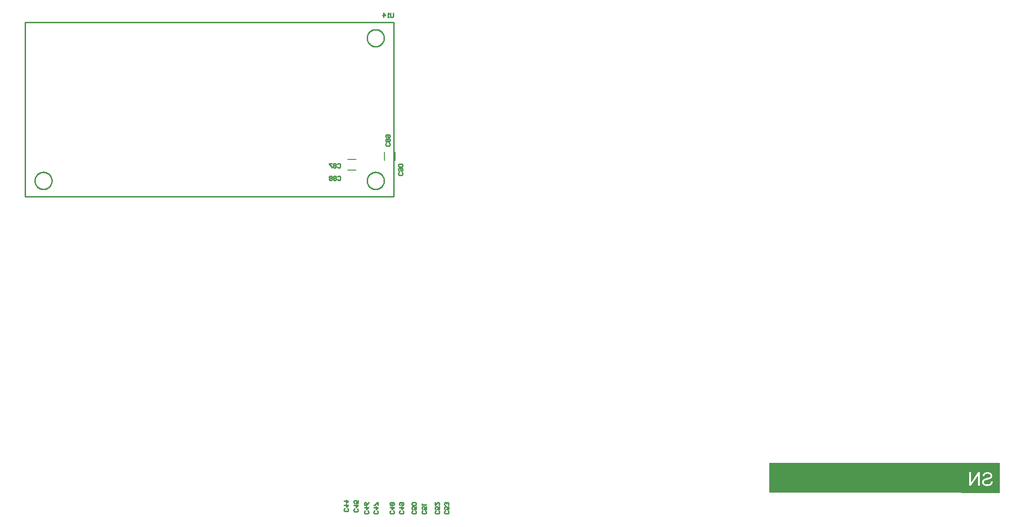
<source format=gbo>
%FSTAX23Y23*%
%MOIN*%
%SFA1B1*%

%IPPOS*%
%ADD14C,0.010000*%
%ADD17C,0.006000*%
%ADD187R,1.389760X0.216540*%
%LNtimingcard_pcb-1*%
%LPD*%
G36*
X07007Y0059D02*
X06732D01*
Y00807*
X07007*
Y0059*
G37*
%LNtimingcard_pcb-2*%
%LPC*%
G36*
X06864Y00738D02*
X06851D01*
X068Y00662*
Y00738*
X06788*
Y00642*
X06801*
X06852Y00717*
Y00642*
X06864*
Y00738*
G37*
G36*
X0692Y00739D02*
X06918D01*
X06917Y00739*
X06916Y00739*
X06915Y00739*
X06914Y00739*
X06911Y00739*
X06908Y00738*
X06904Y00737*
X06901Y00736*
X06901*
X06901Y00736*
X069Y00736*
X069Y00735*
X06899Y00735*
X06898Y00734*
X06897Y00733*
X06895Y00732*
X06892Y0073*
X0689Y00728*
X06889Y00726*
X06889Y00726*
X06888Y00725*
X06888Y00725*
X06888Y00725*
X06888Y00724*
X06887Y00723*
X06887Y00722*
X06886Y00721*
X06886Y00719*
X06885Y00717*
X06884Y00714*
X06884Y00711*
X06896Y0071*
Y0071*
X06896Y0071*
Y00711*
X06896Y00711*
X06896Y00712*
X06897Y00713*
X06897Y00715*
X06898Y00717*
X06899Y00719*
X06901Y00721*
X06902Y00722*
X06903Y00723*
X06903Y00723*
X06903Y00724*
X06903Y00724*
X06904Y00724*
X06904Y00724*
X06905Y00725*
X06906Y00725*
X06907Y00726*
X06908Y00726*
X06909Y00727*
X06911Y00727*
X06912Y00727*
X06914Y00728*
X06916Y00728*
X06918Y00728*
X06921*
X06921Y00728*
X06922*
X06923Y00728*
X06925Y00728*
X06926Y00727*
X06929Y00727*
X06931Y00726*
X06934Y00725*
X06935Y00724*
X06936Y00724*
X06936*
X06936Y00724*
X06937Y00723*
X06938Y00722*
X06939Y00721*
X0694Y00719*
X06941Y00718*
X06941Y00716*
X06941Y00715*
X06941Y00714*
Y00713*
Y00713*
X06941Y00713*
X06941Y00712*
X06941Y00711*
X06941Y00709*
X0694Y00708*
X06939Y00706*
X06938Y00705*
X06938Y00705*
X06937Y00705*
X06937Y00704*
X06936Y00704*
X06936Y00704*
X06935Y00703*
X06934Y00703*
X06933Y00702*
X06932Y00702*
X0693Y00701*
X06928Y00701*
X06926Y007*
X06924Y00699*
X06921Y00699*
X06919Y00698*
X06918*
X06918Y00698*
X06917Y00698*
X06916Y00698*
X06915Y00697*
X06913Y00697*
X06912Y00697*
X0691Y00696*
X06907Y00695*
X06903Y00694*
X06901Y00694*
X069Y00693*
X06899Y00693*
X06897Y00692*
X06897*
X06897Y00692*
X06897Y00692*
X06896Y00691*
X06895Y00691*
X06895Y00691*
X06893Y00689*
X06891Y00688*
X06889Y00686*
X06887Y00684*
X06886Y00683*
X06885Y00682*
Y00682*
X06885Y00682*
X06885Y00682*
X06884Y00681*
X06884Y00681*
X06884Y0068*
X06883Y00678*
X06882Y00676*
X06882Y00674*
X06881Y00671*
X06881Y00669*
Y00668*
X06881Y00667*
Y00667*
X06881Y00666*
X06881Y00664*
X06882Y00662*
X06883Y00659*
X06884Y00657*
X06885Y00656*
X06885Y00654*
Y00654*
X06886Y00654*
X06886Y00654*
X06886Y00653*
X06887Y00652*
X06889Y0065*
X0689Y00649*
X06893Y00647*
X06895Y00645*
X06898Y00644*
X06898*
X06898Y00644*
X06899Y00643*
X06899Y00643*
X069Y00643*
X06901Y00643*
X06902Y00642*
X06903Y00642*
X06905Y00642*
X06906Y00641*
X06909Y00641*
X06913Y0064*
X06916Y0064*
X06918*
X06919Y0064*
X0692*
X06921Y0064*
X06923Y0064*
X06924Y00641*
X06928Y00641*
X06931Y00642*
X06935Y00643*
X06938Y00644*
X06939*
X06939Y00644*
X06939Y00644*
X0694Y00645*
X06941Y00645*
X06941Y00645*
X06943Y00647*
X06946Y00648*
X06948Y0065*
X0695Y00652*
X06952Y00655*
X06952Y00655*
X06952Y00655*
X06953Y00656*
X06953Y00657*
X06953Y00657*
X06954Y00658*
X06954Y00659*
X06955Y0066*
X06955Y00661*
X06956Y00663*
X06956Y00666*
X06957Y00669*
X06957Y00671*
X06957Y00673*
X06945Y00674*
Y00673*
Y00673*
X06945Y00673*
X06945Y00672*
X06945Y00672*
X06945Y00671*
X06945Y00669*
X06944Y00667*
X06943Y00665*
X06943Y00663*
X06942Y00662*
X06941Y00661*
X06941Y00661*
X0694Y0066*
X06939Y00659*
X06938Y00658*
X06936Y00657*
X06934Y00655*
X06932Y00654*
X06932*
X06932Y00654*
X06931Y00654*
X06931Y00654*
X0693Y00654*
X06929Y00653*
X06929Y00653*
X06928Y00653*
X06925Y00652*
X06923Y00652*
X0692Y00652*
X06917Y00651*
X06916*
X06915Y00652*
X06914*
X06913Y00652*
X06911Y00652*
X06909Y00652*
X06906Y00653*
X06904Y00653*
X06904*
X06904Y00654*
X06904Y00654*
X06903Y00654*
X06903Y00654*
X06901Y00655*
X069Y00656*
X06898Y00657*
X06897Y00658*
X06896Y00659*
X06896Y0066*
X06896Y0066*
X06895Y00661*
X06895Y00662*
X06894Y00663*
X06894Y00665*
X06893Y00666*
X06893Y00668*
Y00668*
Y00668*
Y00668*
X06893Y00669*
X06894Y0067*
X06894Y00672*
X06894Y00673*
X06895Y00674*
X06896Y00676*
X06896Y00676*
X06896Y00676*
X06897Y00677*
X06898Y00678*
X06899Y00678*
X06901Y00679*
X06903Y0068*
X06905Y00681*
X06905Y00681*
X06905Y00681*
X06905Y00681*
X06906Y00682*
X06906Y00682*
X06907Y00682*
X06908Y00682*
X06909Y00683*
X0691Y00683*
X06912Y00683*
X06913Y00684*
X06915Y00684*
X06917Y00685*
X06919Y00685*
X06922Y00686*
X06922*
X06922Y00686*
X06923Y00686*
X06924Y00686*
X06925Y00687*
X06926Y00687*
X06927Y00687*
X06929Y00688*
X06932Y00689*
X06935Y0069*
X06936Y0069*
X06938Y00691*
X06939Y00691*
X0694Y00692*
X0694*
X0694Y00692*
X06941Y00692*
X06941Y00693*
X06942Y00693*
X06944Y00694*
X06946Y00696*
X06947Y00697*
X06949Y00699*
X0695Y00701*
Y00701*
X06951Y00701*
X06951Y00701*
X06951Y00702*
X06951Y00703*
X06952Y00704*
X06953Y00706*
X06953Y00708*
X06954Y0071*
X06954Y00713*
Y00713*
Y00713*
Y00714*
X06954Y00714*
Y00715*
X06954Y00715*
X06953Y00717*
X06953Y00719*
X06952Y00722*
X06951Y00724*
X0695Y00726*
Y00726*
X06949Y00727*
X06949Y00727*
X06949Y00727*
X06948Y00729*
X06947Y0073*
X06945Y00732*
X06943Y00733*
X0694Y00735*
X06938Y00736*
X06937*
X06937Y00736*
X06937Y00736*
X06936Y00737*
X06936Y00737*
X06935Y00737*
X06934Y00737*
X06932Y00738*
X06931Y00738*
X0693Y00738*
X06927Y00739*
X06924Y00739*
X0692Y00739*
G37*
%LNtimingcard_pcb-3*%
%LPD*%
G54D14*
X0021Y0283D02*
D01*
X0021Y02834*
X00209Y02838*
X00209Y02842*
X00208Y02846*
X00206Y0285*
X00205Y02854*
X00203Y02858*
X00201Y02862*
X00198Y02865*
X00196Y02869*
X00193Y02872*
X0019Y02875*
X00187Y02878*
X00183Y0288*
X0018Y02882*
X00176Y02884*
X00172Y02886*
X00168Y02888*
X00164Y02889*
X0016Y0289*
X00155Y0289*
X00151Y02891*
X00147*
X00143Y0289*
X00138Y0289*
X00134Y02889*
X0013Y02888*
X00126Y02886*
X00122Y02884*
X00118Y02882*
X00115Y0288*
X00111Y02878*
X00108Y02875*
X00105Y02872*
X00102Y02869*
X001Y02865*
X00097Y02862*
X00095Y02858*
X00093Y02854*
X00092Y0285*
X0009Y02846*
X00089Y02842*
X00089Y02838*
X00088Y02834*
X00088Y0283*
X00088Y02825*
X00089Y02821*
X00089Y02817*
X0009Y02813*
X00092Y02809*
X00093Y02805*
X00095Y02801*
X00097Y02797*
X001Y02794*
X00102Y0279*
X00105Y02787*
X00108Y02784*
X00111Y02781*
X00115Y02779*
X00119Y02777*
X00122Y02775*
X00126Y02773*
X0013Y02772*
X00134Y0277*
X00138Y02769*
X00143Y02769*
X00147Y02769*
X00151*
X00155Y02769*
X0016Y02769*
X00164Y0277*
X00168Y02772*
X00172Y02773*
X00176Y02775*
X0018Y02777*
X00183Y02779*
X00187Y02781*
X0019Y02784*
X00193Y02787*
X00196Y0279*
X00198Y02794*
X00201Y02797*
X00203Y02801*
X00205Y02805*
X00206Y02809*
X00208Y02813*
X00209Y02817*
X00209Y02821*
X0021Y02825*
X0021Y0283*
X02592D02*
D01*
X02592Y02834*
X02591Y02838*
X02591Y02842*
X0259Y02846*
X02588Y0285*
X02587Y02854*
X02585Y02858*
X02583Y02862*
X0258Y02865*
X02578Y02869*
X02575Y02872*
X02572Y02875*
X02568Y02878*
X02565Y0288*
X02561Y02882*
X02558Y02884*
X02554Y02886*
X0255Y02888*
X02546Y02889*
X02541Y0289*
X02537Y0289*
X02533Y02891*
X02529*
X02525Y0289*
X0252Y0289*
X02516Y02889*
X02512Y02888*
X02508Y02886*
X02504Y02884*
X025Y02882*
X02497Y0288*
X02493Y02878*
X0249Y02875*
X02487Y02872*
X02484Y02869*
X02482Y02865*
X02479Y02862*
X02477Y02858*
X02475Y02854*
X02474Y0285*
X02472Y02846*
X02471Y02842*
X0247Y02838*
X0247Y02834*
X0247Y0283*
X0247Y02825*
X0247Y02821*
X02471Y02817*
X02472Y02813*
X02474Y02809*
X02475Y02805*
X02477Y02801*
X02479Y02797*
X02482Y02794*
X02484Y0279*
X02487Y02787*
X0249Y02784*
X02493Y02781*
X02497Y02779*
X025Y02777*
X02504Y02775*
X02508Y02773*
X02512Y02772*
X02516Y0277*
X0252Y02769*
X02525Y02769*
X02529Y02769*
X02533*
X02537Y02769*
X02541Y02769*
X02546Y0277*
X0255Y02772*
X02554Y02773*
X02558Y02775*
X02561Y02777*
X02565Y02779*
X02568Y02781*
X02572Y02784*
X02575Y02787*
X02578Y0279*
X0258Y02794*
X02583Y02797*
X02585Y02801*
X02587Y02805*
X02588Y02809*
X0259Y02813*
X02591Y02817*
X02591Y02821*
X02592Y02825*
X02592Y0283*
Y03853D02*
D01*
X02592Y03857*
X02591Y03862*
X02591Y03866*
X0259Y0387*
X02588Y03874*
X02587Y03878*
X02585Y03882*
X02583Y03886*
X0258Y03889*
X02578Y03892*
X02575Y03896*
X02572Y03899*
X02568Y03901*
X02565Y03904*
X02561Y03906*
X02558Y03908*
X02554Y0391*
X0255Y03911*
X02546Y03912*
X02541Y03913*
X02537Y03914*
X02533Y03914*
X02529*
X02525Y03914*
X0252Y03913*
X02516Y03912*
X02512Y03911*
X02508Y0391*
X02504Y03908*
X025Y03906*
X02497Y03904*
X02493Y03901*
X0249Y03899*
X02487Y03896*
X02484Y03892*
X02482Y03889*
X02479Y03886*
X02477Y03882*
X02475Y03878*
X02474Y03874*
X02472Y0387*
X02471Y03866*
X0247Y03862*
X0247Y03857*
X0247Y03853*
X0247Y03849*
X0247Y03845*
X02471Y0384*
X02472Y03836*
X02474Y03832*
X02475Y03828*
X02477Y03825*
X02479Y03821*
X02482Y03817*
X02484Y03814*
X02487Y03811*
X0249Y03808*
X02493Y03805*
X02497Y03803*
X025Y038*
X02504Y03798*
X02508Y03797*
X02512Y03795*
X02516Y03794*
X0252Y03793*
X02525Y03792*
X02529Y03792*
X02533*
X02537Y03792*
X02541Y03793*
X02546Y03794*
X0255Y03795*
X02554Y03797*
X02558Y03798*
X02561Y038*
X02565Y03803*
X02568Y03805*
X02572Y03808*
X02575Y03811*
X02578Y03814*
X0258Y03817*
X02583Y03821*
X02585Y03825*
X02587Y03828*
X02588Y03832*
X0259Y03836*
X02591Y0384*
X02591Y03845*
X02592Y03849*
X02592Y03853*
X00018Y03966D02*
X02662D01*
X00018Y02716D02*
Y03966D01*
Y02716D02*
X02662D01*
Y03966*
X02657Y04032D02*
Y04007D01*
X02652Y04002*
X02642*
X02637Y04007*
Y04032*
X02627Y04002D02*
X02617D01*
X02622*
Y04032*
X02627Y04027*
X02587Y04002D02*
Y04032D01*
X02602Y04017*
X02582*
X02258Y02948D02*
X02263Y02953D01*
X02273*
X02278Y02948*
Y02928*
X02273Y02923*
X02263*
X02258Y02928*
X02248Y02948D02*
X02243Y02953D01*
X02233*
X02228Y02948*
Y02943*
X02233Y02938*
X02228Y02933*
Y02928*
X02233Y02923*
X02243*
X02248Y02928*
Y02933*
X02243Y02938*
X02248Y02943*
Y02948*
X02243Y02938D02*
X02233D01*
X02218Y02953D02*
X02198D01*
Y02948*
X02218Y02928*
Y02923*
X02259Y02859D02*
X02264Y02864D01*
X02274*
X02279Y02859*
Y02839*
X02274Y02834*
X02264*
X02259Y02839*
X02249Y02859D02*
X02244Y02864D01*
X02234*
X02229Y02859*
Y02854*
X02234Y02849*
X02229Y02844*
Y02839*
X02234Y02834*
X02244*
X02249Y02839*
Y02844*
X02244Y02849*
X02249Y02854*
Y02859*
X02244Y02849D02*
X02234D01*
X02219Y02859D02*
X02214Y02864D01*
X02204*
X02199Y02859*
Y02854*
X02204Y02849*
X02199Y02844*
Y02839*
X02204Y02834*
X02214*
X02219Y02839*
Y02844*
X02214Y02849*
X02219Y02854*
Y02859*
X02214Y02849D02*
X02204D01*
X02629Y031D02*
X02634Y03095D01*
Y03085*
X02629Y0308*
X02609*
X02604Y03085*
Y03095*
X02609Y031*
X02629Y0311D02*
X02634Y03115D01*
Y03125*
X02629Y0313*
X02624*
X02619Y03125*
X02614Y0313*
X02609*
X02604Y03125*
Y03115*
X02609Y0311*
X02614*
X02619Y03115*
X02624Y0311*
X02629*
X02619Y03115D02*
Y03125D01*
X02609Y0314D02*
X02604Y03145D01*
Y03155*
X02609Y0316*
X02629*
X02634Y03155*
Y03145*
X02629Y0314*
X02624*
X02619Y03145*
Y0316*
X02721Y0289D02*
X02726Y02885D01*
Y02875*
X02721Y0287*
X02701*
X02696Y02875*
Y02885*
X02701Y0289*
Y029D02*
X02696Y02905D01*
Y02915*
X02701Y0292*
X02721*
X02726Y02915*
Y02905*
X02721Y029*
X02716*
X02711Y02905*
Y0292*
X02721Y0293D02*
X02726Y02935D01*
Y02945*
X02721Y0295*
X02701*
X02696Y02945*
Y02935*
X02701Y0293*
X02721*
X0305Y00461D02*
X03055Y00456D01*
Y00446*
X0305Y00441*
X0303*
X03025Y00446*
Y00456*
X0303Y00461*
X03055Y00491D02*
Y00471D01*
X0304*
X03045Y00481*
Y00486*
X0304Y00491*
X0303*
X03025Y00486*
Y00476*
X0303Y00471*
X0305Y00501D02*
X03055Y00506D01*
Y00516*
X0305Y00521*
X03045*
X0304Y00516*
Y00511*
Y00516*
X03035Y00521*
X0303*
X03025Y00516*
Y00506*
X0303Y00501*
X02984Y00461D02*
X02989Y00456D01*
Y00446*
X02984Y00441*
X02964*
X02959Y00446*
Y00456*
X02964Y00461*
X02989Y00491D02*
Y00471D01*
X02974*
X02979Y00481*
Y00486*
X02974Y00491*
X02964*
X02959Y00486*
Y00476*
X02964Y00471*
X02959Y00521D02*
Y00501D01*
X02979Y00521*
X02984*
X02989Y00516*
Y00506*
X02984Y00501*
X02889Y00461D02*
X02894Y00456D01*
Y00446*
X02889Y00441*
X02869*
X02864Y00446*
Y00456*
X02869Y00461*
X02894Y00491D02*
Y00471D01*
X02879*
X02884Y00481*
Y00486*
X02879Y00491*
X02869*
X02864Y00486*
Y00476*
X02869Y00471*
X02864Y00501D02*
Y00511D01*
Y00506*
X02894*
X02889Y00501*
X02818Y00461D02*
X02823Y00456D01*
Y00446*
X02818Y00441*
X02798*
X02793Y00446*
Y00456*
X02798Y00461*
X02823Y00491D02*
Y00471D01*
X02808*
X02813Y00481*
Y00486*
X02808Y00491*
X02798*
X02793Y00486*
Y00476*
X02798Y00471*
X02818Y00501D02*
X02823Y00506D01*
Y00516*
X02818Y00521*
X02798*
X02793Y00516*
Y00506*
X02798Y00501*
X02818*
X02727Y00461D02*
X02732Y00456D01*
Y00446*
X02727Y00441*
X02707*
X02702Y00446*
Y00456*
X02707Y00461*
X02702Y00486D02*
X02732D01*
X02717Y00471*
Y00491*
X02707Y00501D02*
X02702Y00506D01*
Y00516*
X02707Y00521*
X02727*
X02732Y00516*
Y00506*
X02727Y00501*
X02722*
X02717Y00506*
Y00521*
X02659Y00461D02*
X02664Y00456D01*
Y00446*
X02659Y00441*
X02639*
X02634Y00446*
Y00456*
X02639Y00461*
X02634Y00486D02*
X02664D01*
X02649Y00471*
Y00491*
X02659Y00501D02*
X02664Y00506D01*
Y00516*
X02659Y00521*
X02654*
X02649Y00516*
X02644Y00521*
X02639*
X02634Y00516*
Y00506*
X02639Y00501*
X02644*
X02649Y00506*
X02654Y00501*
X02659*
X02649Y00506D02*
Y00516D01*
X02544Y00461D02*
X02549Y00456D01*
Y00446*
X02544Y00441*
X02524*
X02519Y00446*
Y00456*
X02524Y00461*
X02519Y00486D02*
X02549D01*
X02534Y00471*
Y00491*
X02549Y00501D02*
Y00521D01*
X02544*
X02524Y00501*
X02519*
X02475Y00461D02*
X0248Y00456D01*
Y00446*
X02475Y00441*
X02455*
X0245Y00446*
Y00456*
X02455Y00461*
X0245Y00486D02*
X0248D01*
X02465Y00471*
Y00491*
X0248Y00521D02*
X02475Y00511D01*
X02465Y00501*
X02455*
X0245Y00506*
Y00516*
X02455Y00521*
X0246*
X02465Y00516*
Y00501*
X024Y00477D02*
X02405Y00472D01*
Y00462*
X024Y00457*
X0238*
X02375Y00462*
Y00472*
X0238Y00477*
X02375Y00502D02*
X02405D01*
X0239Y00487*
Y00507*
X02405Y00537D02*
Y00517D01*
X0239*
X02395Y00527*
Y00532*
X0239Y00537*
X0238*
X02375Y00532*
Y00522*
X0238Y00517*
X02331Y00479D02*
X02336Y00474D01*
Y00464*
X02331Y00459*
X02311*
X02306Y00464*
Y00474*
X02311Y00479*
X02306Y00504D02*
X02336D01*
X02321Y00489*
Y00509*
X02306Y00534D02*
X02336D01*
X02321Y00519*
Y00539*
G54D17*
X0267Y02977D02*
Y03037D01*
X02594Y02977D02*
Y03037D01*
X02332Y02982D02*
X02392D01*
X02332Y02906D02*
X02392D01*
G54D187*
X06049Y00698D03*
M02*
</source>
